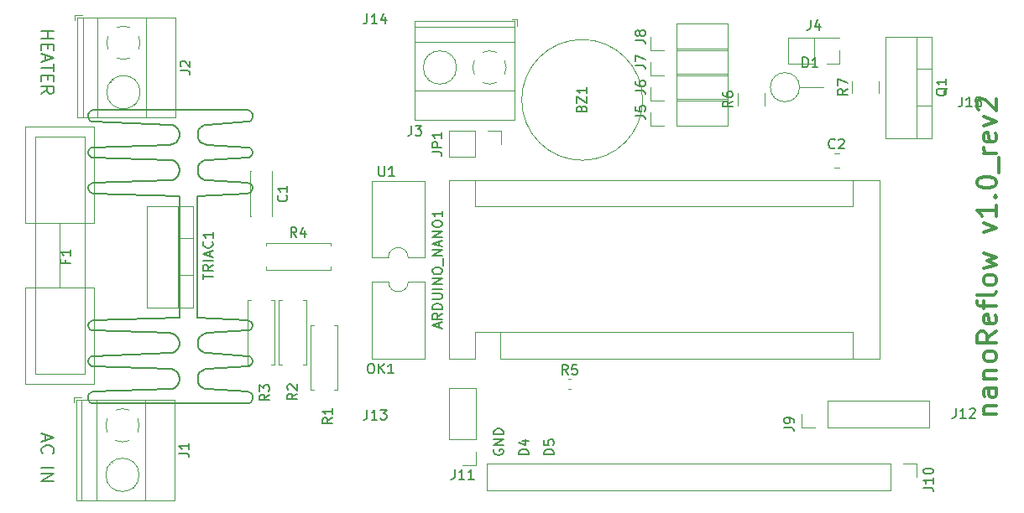
<source format=gbr>
G04 #@! TF.GenerationSoftware,KiCad,Pcbnew,(5.1.6-0-10_14)*
G04 #@! TF.CreationDate,2020-05-23T01:17:40+02:00*
G04 #@! TF.ProjectId,arduino_nano_reflow_TRIAC_v1_0,61726475-696e-46f5-9f6e-616e6f5f7265,1.0*
G04 #@! TF.SameCoordinates,Original*
G04 #@! TF.FileFunction,Legend,Top*
G04 #@! TF.FilePolarity,Positive*
%FSLAX46Y46*%
G04 Gerber Fmt 4.6, Leading zero omitted, Abs format (unit mm)*
G04 Created by KiCad (PCBNEW (5.1.6-0-10_14)) date 2020-05-23 01:17:40*
%MOMM*%
%LPD*%
G01*
G04 APERTURE LIST*
%ADD10C,0.150000*%
%ADD11C,0.200000*%
%ADD12C,0.300000*%
%ADD13C,0.120000*%
%ADD14C,0.191466*%
G04 APERTURE END LIST*
D10*
X154519200Y-112783664D02*
X153519200Y-112783664D01*
X153519200Y-112545569D01*
X153566820Y-112402712D01*
X153662058Y-112307474D01*
X153757296Y-112259855D01*
X153947772Y-112212236D01*
X154090629Y-112212236D01*
X154281105Y-112259855D01*
X154376343Y-112307474D01*
X154471581Y-112402712D01*
X154519200Y-112545569D01*
X154519200Y-112783664D01*
X153519200Y-111307474D02*
X153519200Y-111783664D01*
X153995391Y-111831283D01*
X153947772Y-111783664D01*
X153900153Y-111688426D01*
X153900153Y-111450331D01*
X153947772Y-111355093D01*
X153995391Y-111307474D01*
X154090629Y-111259855D01*
X154328724Y-111259855D01*
X154423962Y-111307474D01*
X154471581Y-111355093D01*
X154519200Y-111450331D01*
X154519200Y-111688426D01*
X154471581Y-111783664D01*
X154423962Y-111831283D01*
X151979200Y-112783664D02*
X150979200Y-112783664D01*
X150979200Y-112545569D01*
X151026820Y-112402712D01*
X151122058Y-112307474D01*
X151217296Y-112259855D01*
X151407772Y-112212236D01*
X151550629Y-112212236D01*
X151741105Y-112259855D01*
X151836343Y-112307474D01*
X151931581Y-112402712D01*
X151979200Y-112545569D01*
X151979200Y-112783664D01*
X151312534Y-111355093D02*
X151979200Y-111355093D01*
X150931581Y-111593188D02*
X151645867Y-111831283D01*
X151645867Y-111212236D01*
X148486820Y-112259855D02*
X148439200Y-112355093D01*
X148439200Y-112497950D01*
X148486820Y-112640807D01*
X148582058Y-112736045D01*
X148677296Y-112783664D01*
X148867772Y-112831283D01*
X149010629Y-112831283D01*
X149201105Y-112783664D01*
X149296343Y-112736045D01*
X149391581Y-112640807D01*
X149439200Y-112497950D01*
X149439200Y-112402712D01*
X149391581Y-112259855D01*
X149343962Y-112212236D01*
X149010629Y-112212236D01*
X149010629Y-112402712D01*
X149439200Y-111783664D02*
X148439200Y-111783664D01*
X149439200Y-111212236D01*
X148439200Y-111212236D01*
X149439200Y-110736045D02*
X148439200Y-110736045D01*
X148439200Y-110497950D01*
X148486820Y-110355093D01*
X148582058Y-110259855D01*
X148677296Y-110212236D01*
X148867772Y-110164617D01*
X149010629Y-110164617D01*
X149201105Y-110212236D01*
X149296343Y-110259855D01*
X149391581Y-110355093D01*
X149439200Y-110497950D01*
X149439200Y-110736045D01*
D11*
X102829523Y-70005000D02*
X104079523Y-70005000D01*
X103484285Y-70005000D02*
X103484285Y-70719285D01*
X102829523Y-70719285D02*
X104079523Y-70719285D01*
X103484285Y-71314523D02*
X103484285Y-71731190D01*
X102829523Y-71909761D02*
X102829523Y-71314523D01*
X104079523Y-71314523D01*
X104079523Y-71909761D01*
X103186666Y-72385952D02*
X103186666Y-72981190D01*
X102829523Y-72266904D02*
X104079523Y-72683571D01*
X102829523Y-73100238D01*
X104079523Y-73338333D02*
X104079523Y-74052619D01*
X102829523Y-73695476D02*
X104079523Y-73695476D01*
X103484285Y-74469285D02*
X103484285Y-74885952D01*
X102829523Y-75064523D02*
X102829523Y-74469285D01*
X104079523Y-74469285D01*
X104079523Y-75064523D01*
X102829523Y-76314523D02*
X103424761Y-75897857D01*
X102829523Y-75600238D02*
X104079523Y-75600238D01*
X104079523Y-76076428D01*
X104020000Y-76195476D01*
X103960476Y-76255000D01*
X103841428Y-76314523D01*
X103662857Y-76314523D01*
X103543809Y-76255000D01*
X103484285Y-76195476D01*
X103424761Y-76076428D01*
X103424761Y-75600238D01*
X103186666Y-110783809D02*
X103186666Y-111379047D01*
X102829523Y-110664761D02*
X104079523Y-111081428D01*
X102829523Y-111498095D01*
X102948571Y-112629047D02*
X102889047Y-112569523D01*
X102829523Y-112390952D01*
X102829523Y-112271904D01*
X102889047Y-112093333D01*
X103008095Y-111974285D01*
X103127142Y-111914761D01*
X103365238Y-111855238D01*
X103543809Y-111855238D01*
X103781904Y-111914761D01*
X103900952Y-111974285D01*
X104020000Y-112093333D01*
X104079523Y-112271904D01*
X104079523Y-112390952D01*
X104020000Y-112569523D01*
X103960476Y-112629047D01*
X102829523Y-114117142D02*
X104079523Y-114117142D01*
X102829523Y-114712380D02*
X104079523Y-114712380D01*
X102829523Y-115426666D01*
X104079523Y-115426666D01*
D12*
X197834248Y-108725741D02*
X199167581Y-108725741D01*
X198024724Y-108725741D02*
X197929486Y-108630503D01*
X197834248Y-108440027D01*
X197834248Y-108154313D01*
X197929486Y-107963837D01*
X198119962Y-107868599D01*
X199167581Y-107868599D01*
X199167581Y-106059075D02*
X198119962Y-106059075D01*
X197929486Y-106154313D01*
X197834248Y-106344789D01*
X197834248Y-106725741D01*
X197929486Y-106916218D01*
X199072343Y-106059075D02*
X199167581Y-106249551D01*
X199167581Y-106725741D01*
X199072343Y-106916218D01*
X198881867Y-107011456D01*
X198691391Y-107011456D01*
X198500915Y-106916218D01*
X198405677Y-106725741D01*
X198405677Y-106249551D01*
X198310439Y-106059075D01*
X197834248Y-105106694D02*
X199167581Y-105106694D01*
X198024724Y-105106694D02*
X197929486Y-105011456D01*
X197834248Y-104820980D01*
X197834248Y-104535265D01*
X197929486Y-104344789D01*
X198119962Y-104249551D01*
X199167581Y-104249551D01*
X199167581Y-103011456D02*
X199072343Y-103201932D01*
X198977105Y-103297170D01*
X198786629Y-103392408D01*
X198215200Y-103392408D01*
X198024724Y-103297170D01*
X197929486Y-103201932D01*
X197834248Y-103011456D01*
X197834248Y-102725741D01*
X197929486Y-102535265D01*
X198024724Y-102440027D01*
X198215200Y-102344789D01*
X198786629Y-102344789D01*
X198977105Y-102440027D01*
X199072343Y-102535265D01*
X199167581Y-102725741D01*
X199167581Y-103011456D01*
X199167581Y-100344789D02*
X198215200Y-101011456D01*
X199167581Y-101487646D02*
X197167581Y-101487646D01*
X197167581Y-100725741D01*
X197262820Y-100535265D01*
X197358058Y-100440027D01*
X197548534Y-100344789D01*
X197834248Y-100344789D01*
X198024724Y-100440027D01*
X198119962Y-100535265D01*
X198215200Y-100725741D01*
X198215200Y-101487646D01*
X199072343Y-98725741D02*
X199167581Y-98916218D01*
X199167581Y-99297170D01*
X199072343Y-99487646D01*
X198881867Y-99582884D01*
X198119962Y-99582884D01*
X197929486Y-99487646D01*
X197834248Y-99297170D01*
X197834248Y-98916218D01*
X197929486Y-98725741D01*
X198119962Y-98630503D01*
X198310439Y-98630503D01*
X198500915Y-99582884D01*
X197834248Y-98059075D02*
X197834248Y-97297170D01*
X199167581Y-97773360D02*
X197453296Y-97773360D01*
X197262820Y-97678122D01*
X197167581Y-97487646D01*
X197167581Y-97297170D01*
X199167581Y-96344789D02*
X199072343Y-96535265D01*
X198881867Y-96630503D01*
X197167581Y-96630503D01*
X199167581Y-95297170D02*
X199072343Y-95487646D01*
X198977105Y-95582884D01*
X198786629Y-95678122D01*
X198215200Y-95678122D01*
X198024724Y-95582884D01*
X197929486Y-95487646D01*
X197834248Y-95297170D01*
X197834248Y-95011456D01*
X197929486Y-94820980D01*
X198024724Y-94725741D01*
X198215200Y-94630503D01*
X198786629Y-94630503D01*
X198977105Y-94725741D01*
X199072343Y-94820980D01*
X199167581Y-95011456D01*
X199167581Y-95297170D01*
X197834248Y-93963837D02*
X199167581Y-93582884D01*
X198215200Y-93201932D01*
X199167581Y-92820980D01*
X197834248Y-92440027D01*
X197834248Y-90344789D02*
X199167581Y-89868599D01*
X197834248Y-89392408D01*
X199167581Y-87582884D02*
X199167581Y-88725741D01*
X199167581Y-88154313D02*
X197167581Y-88154313D01*
X197453296Y-88344789D01*
X197643772Y-88535265D01*
X197739010Y-88725741D01*
X198977105Y-86725741D02*
X199072343Y-86630503D01*
X199167581Y-86725741D01*
X199072343Y-86820980D01*
X198977105Y-86725741D01*
X199167581Y-86725741D01*
X197167581Y-85392408D02*
X197167581Y-85201932D01*
X197262820Y-85011456D01*
X197358058Y-84916218D01*
X197548534Y-84820980D01*
X197929486Y-84725741D01*
X198405677Y-84725741D01*
X198786629Y-84820980D01*
X198977105Y-84916218D01*
X199072343Y-85011456D01*
X199167581Y-85201932D01*
X199167581Y-85392408D01*
X199072343Y-85582884D01*
X198977105Y-85678122D01*
X198786629Y-85773360D01*
X198405677Y-85868599D01*
X197929486Y-85868599D01*
X197548534Y-85773360D01*
X197358058Y-85678122D01*
X197262820Y-85582884D01*
X197167581Y-85392408D01*
X199358058Y-84344789D02*
X199358058Y-82820980D01*
X199167581Y-82344789D02*
X197834248Y-82344789D01*
X198215200Y-82344789D02*
X198024724Y-82249551D01*
X197929486Y-82154313D01*
X197834248Y-81963837D01*
X197834248Y-81773360D01*
X199072343Y-80344789D02*
X199167581Y-80535265D01*
X199167581Y-80916218D01*
X199072343Y-81106694D01*
X198881867Y-81201932D01*
X198119962Y-81201932D01*
X197929486Y-81106694D01*
X197834248Y-80916218D01*
X197834248Y-80535265D01*
X197929486Y-80344789D01*
X198119962Y-80249551D01*
X198310439Y-80249551D01*
X198500915Y-81201932D01*
X197834248Y-79582884D02*
X199167581Y-79106694D01*
X197834248Y-78630503D01*
X197358058Y-77963837D02*
X197262820Y-77868599D01*
X197167581Y-77678122D01*
X197167581Y-77201932D01*
X197262820Y-77011456D01*
X197358058Y-76916218D01*
X197548534Y-76820980D01*
X197739010Y-76820980D01*
X198024724Y-76916218D01*
X199167581Y-78059075D01*
X199167581Y-76820980D01*
D13*
X149138820Y-100429260D02*
X146598820Y-100429260D01*
X146598820Y-100429260D02*
X146598820Y-103099260D01*
X149138820Y-103099260D02*
X187368820Y-103099260D01*
X143928820Y-103099260D02*
X146598820Y-103099260D01*
X146598820Y-87729260D02*
X146598820Y-85059260D01*
X146598820Y-87729260D02*
X184698820Y-87729260D01*
X184698820Y-87729260D02*
X184698820Y-85059260D01*
X149138820Y-100429260D02*
X149138820Y-103099260D01*
X149138820Y-100429260D02*
X184698820Y-100429260D01*
X184698820Y-100429260D02*
X184698820Y-103099260D01*
X187368820Y-103099260D02*
X187368820Y-85059260D01*
X187368820Y-85059260D02*
X143928820Y-85059260D01*
X143928820Y-85059260D02*
X143928820Y-103099260D01*
X179288820Y-75670000D02*
G75*
G03*
X179288820Y-75670000I-1470000J0D01*
G01*
X179288820Y-75670000D02*
X181698820Y-75670000D01*
X126055000Y-84155000D02*
X126055000Y-88695000D01*
X123915000Y-84155000D02*
X123915000Y-88695000D01*
X126055000Y-84155000D02*
X126040000Y-84155000D01*
X123930000Y-84155000D02*
X123915000Y-84155000D01*
X126055000Y-88695000D02*
X126040000Y-88695000D01*
X123930000Y-88695000D02*
X123915000Y-88695000D01*
X125458820Y-91709260D02*
X125458820Y-91379260D01*
X125458820Y-91379260D02*
X131998820Y-91379260D01*
X131998820Y-91379260D02*
X131998820Y-91709260D01*
X125458820Y-93789260D02*
X125458820Y-94119260D01*
X125458820Y-94119260D02*
X131998820Y-94119260D01*
X131998820Y-94119260D02*
X131998820Y-93789260D01*
X126025000Y-97165000D02*
X126355000Y-97165000D01*
X126355000Y-97165000D02*
X126355000Y-103705000D01*
X126355000Y-103705000D02*
X126025000Y-103705000D01*
X123945000Y-97165000D02*
X123615000Y-97165000D01*
X123615000Y-97165000D02*
X123615000Y-103705000D01*
X123615000Y-103705000D02*
X123945000Y-103705000D01*
X137808820Y-92875000D02*
G75*
G02*
X139808820Y-92875000I1000000J0D01*
G01*
X139808820Y-92875000D02*
X141458820Y-92875000D01*
X141458820Y-92875000D02*
X141458820Y-85135000D01*
X141458820Y-85135000D02*
X136158820Y-85135000D01*
X136158820Y-85135000D02*
X136158820Y-92875000D01*
X136158820Y-92875000D02*
X137808820Y-92875000D01*
X139828820Y-95319260D02*
G75*
G02*
X137828820Y-95319260I-1000000J0D01*
G01*
X137828820Y-95319260D02*
X136178820Y-95319260D01*
X136178820Y-95319260D02*
X136178820Y-103059260D01*
X136178820Y-103059260D02*
X141478820Y-103059260D01*
X141478820Y-103059260D02*
X141478820Y-95319260D01*
X141478820Y-95319260D02*
X139828820Y-95319260D01*
X118093820Y-87679260D02*
X118093820Y-97919260D01*
X113452820Y-87679260D02*
X113452820Y-97919260D01*
X118093820Y-87679260D02*
X113452820Y-87679260D01*
X118093820Y-97919260D02*
X113452820Y-97919260D01*
X116583820Y-87679260D02*
X116583820Y-97919260D01*
X118093820Y-90949260D02*
X116583820Y-90949260D01*
X118093820Y-94650260D02*
X116583820Y-94650260D01*
X155931041Y-105164260D02*
X156256599Y-105164260D01*
X155931041Y-106184260D02*
X156256599Y-106184260D01*
X192642820Y-70550000D02*
X192642820Y-80790000D01*
X188001820Y-70550000D02*
X188001820Y-80790000D01*
X192642820Y-70550000D02*
X188001820Y-70550000D01*
X192642820Y-80790000D02*
X188001820Y-80790000D01*
X191132820Y-70550000D02*
X191132820Y-80790000D01*
X192642820Y-73820000D02*
X191132820Y-73820000D01*
X192642820Y-77521000D02*
X191132820Y-77521000D01*
X127120000Y-103705000D02*
X126790000Y-103705000D01*
X126790000Y-103705000D02*
X126790000Y-97165000D01*
X126790000Y-97165000D02*
X127120000Y-97165000D01*
X129200000Y-103705000D02*
X129530000Y-103705000D01*
X129530000Y-103705000D02*
X129530000Y-97165000D01*
X129530000Y-97165000D02*
X129200000Y-97165000D01*
X130295000Y-106245000D02*
X129965000Y-106245000D01*
X129965000Y-106245000D02*
X129965000Y-99705000D01*
X129965000Y-99705000D02*
X130295000Y-99705000D01*
X132375000Y-106245000D02*
X132705000Y-106245000D01*
X132705000Y-106245000D02*
X132705000Y-99705000D01*
X132705000Y-99705000D02*
X132375000Y-99705000D01*
X163470000Y-76950000D02*
G75*
G03*
X163470000Y-76950000I-6100000J0D01*
G01*
X182760242Y-82364260D02*
X183277398Y-82364260D01*
X182760242Y-83784260D02*
X183277398Y-83784260D01*
X173026820Y-77501324D02*
X173026820Y-76297196D01*
X175746820Y-77501324D02*
X175746820Y-76297196D01*
X184585000Y-76272064D02*
X184585000Y-75067936D01*
X187305000Y-76272064D02*
X187305000Y-75067936D01*
X192355000Y-110020000D02*
X192355000Y-107360000D01*
X182135000Y-110020000D02*
X192355000Y-110020000D01*
X182135000Y-107360000D02*
X192355000Y-107360000D01*
X182135000Y-110020000D02*
X182135000Y-107360000D01*
X180865000Y-110020000D02*
X179535000Y-110020000D01*
X179535000Y-110020000D02*
X179535000Y-108690000D01*
X147785000Y-113710000D02*
X147785000Y-116370000D01*
X188485000Y-113710000D02*
X147785000Y-113710000D01*
X188485000Y-116370000D02*
X147785000Y-116370000D01*
X188485000Y-113710000D02*
X188485000Y-116370000D01*
X189755000Y-113710000D02*
X191085000Y-113710000D01*
X191085000Y-113710000D02*
X191085000Y-115040000D01*
X109313567Y-109853065D02*
G75*
G02*
X109458820Y-109140260I1680253J28805D01*
G01*
X110310778Y-108288834D02*
G75*
G02*
X111677820Y-108289260I683042J-1535426D01*
G01*
X112529246Y-109141218D02*
G75*
G02*
X112528820Y-110508260I-1535426J-683042D01*
G01*
X111676862Y-111359686D02*
G75*
G02*
X110309820Y-111359260I-683042J1535426D01*
G01*
X109459064Y-110507578D02*
G75*
G02*
X109313820Y-109824260I1534756J683318D01*
G01*
X112673820Y-114824260D02*
G75*
G03*
X112673820Y-114824260I-1680000J0D01*
G01*
X106893820Y-107264260D02*
X106893820Y-117384260D01*
X108393820Y-107264260D02*
X108393820Y-117384260D01*
X113294820Y-107264260D02*
X113294820Y-117384260D01*
X116254820Y-107264260D02*
X116254820Y-117384260D01*
X106333820Y-107264260D02*
X106333820Y-117384260D01*
X116254820Y-107264260D02*
X106333820Y-107264260D01*
X116254820Y-117384260D02*
X106333820Y-117384260D01*
X112062820Y-116099260D02*
X112016820Y-116052260D01*
X109754820Y-113790260D02*
X109719820Y-113755260D01*
X112268820Y-115894260D02*
X112232820Y-115859260D01*
X109970820Y-113597260D02*
X109924820Y-113550260D01*
X106833820Y-107024260D02*
X106093820Y-107024260D01*
X106093820Y-107024260D02*
X106093820Y-107524260D01*
X109413567Y-71203065D02*
G75*
G02*
X109558820Y-70490260I1680253J28805D01*
G01*
X110410778Y-69638834D02*
G75*
G02*
X111777820Y-69639260I683042J-1535426D01*
G01*
X112629246Y-70491218D02*
G75*
G02*
X112628820Y-71858260I-1535426J-683042D01*
G01*
X111776862Y-72709686D02*
G75*
G02*
X110409820Y-72709260I-683042J1535426D01*
G01*
X109559064Y-71857578D02*
G75*
G02*
X109413820Y-71174260I1534756J683318D01*
G01*
X112773820Y-76174260D02*
G75*
G03*
X112773820Y-76174260I-1680000J0D01*
G01*
X106993820Y-68614260D02*
X106993820Y-78734260D01*
X108493820Y-68614260D02*
X108493820Y-78734260D01*
X113394820Y-68614260D02*
X113394820Y-78734260D01*
X116354820Y-68614260D02*
X116354820Y-78734260D01*
X106433820Y-68614260D02*
X106433820Y-78734260D01*
X116354820Y-68614260D02*
X106433820Y-68614260D01*
X116354820Y-78734260D02*
X106433820Y-78734260D01*
X112162820Y-77449260D02*
X112116820Y-77402260D01*
X109854820Y-75140260D02*
X109819820Y-75105260D01*
X112368820Y-77244260D02*
X112332820Y-77209260D01*
X110070820Y-74947260D02*
X110024820Y-74900260D01*
X106933820Y-68374260D02*
X106193820Y-68374260D01*
X106193820Y-68374260D02*
X106193820Y-68874260D01*
X147990015Y-71994007D02*
G75*
G02*
X148702820Y-72139260I28805J-1680253D01*
G01*
X149554246Y-72991218D02*
G75*
G02*
X149553820Y-74358260I-1535426J-683042D01*
G01*
X148701862Y-75209686D02*
G75*
G02*
X147334820Y-75209260I-683042J1535426D01*
G01*
X146483394Y-74357302D02*
G75*
G02*
X146483820Y-72990260I1535426J683042D01*
G01*
X147335502Y-72139504D02*
G75*
G02*
X148018820Y-71994260I683318J-1534756D01*
G01*
X144698820Y-73674260D02*
G75*
G03*
X144698820Y-73674260I-1680000J0D01*
G01*
X150578820Y-69574260D02*
X140458820Y-69574260D01*
X150578820Y-71074260D02*
X140458820Y-71074260D01*
X150578820Y-75975260D02*
X140458820Y-75975260D01*
X150578820Y-78935260D02*
X140458820Y-78935260D01*
X150578820Y-69014260D02*
X140458820Y-69014260D01*
X150578820Y-78935260D02*
X150578820Y-69014260D01*
X140458820Y-78935260D02*
X140458820Y-69014260D01*
X141743820Y-74743260D02*
X141790820Y-74697260D01*
X144052820Y-72435260D02*
X144087820Y-72400260D01*
X141948820Y-74949260D02*
X141983820Y-74913260D01*
X144245820Y-72651260D02*
X144292820Y-72605260D01*
X150818820Y-69514260D02*
X150818820Y-68774260D01*
X150818820Y-68774260D02*
X150318820Y-68774260D01*
X143975000Y-80055000D02*
X143975000Y-82715000D01*
X146575000Y-80055000D02*
X143975000Y-80055000D01*
X146575000Y-82715000D02*
X143975000Y-82715000D01*
X146575000Y-80055000D02*
X146575000Y-82715000D01*
X147845000Y-80055000D02*
X149175000Y-80055000D01*
X149175000Y-80055000D02*
X149175000Y-81385000D01*
X172035000Y-71920000D02*
X172035000Y-69260000D01*
X166895000Y-71920000D02*
X172035000Y-71920000D01*
X166895000Y-69260000D02*
X172035000Y-69260000D01*
X166895000Y-71920000D02*
X166895000Y-69260000D01*
X165625000Y-71920000D02*
X164295000Y-71920000D01*
X164295000Y-71920000D02*
X164295000Y-70590000D01*
X172035000Y-79540000D02*
X172035000Y-76880000D01*
X166895000Y-79540000D02*
X172035000Y-79540000D01*
X166895000Y-76880000D02*
X172035000Y-76880000D01*
X166895000Y-79540000D02*
X166895000Y-76880000D01*
X165625000Y-79540000D02*
X164295000Y-79540000D01*
X164295000Y-79540000D02*
X164295000Y-78210000D01*
X172035000Y-77000000D02*
X172035000Y-74340000D01*
X166895000Y-77000000D02*
X172035000Y-77000000D01*
X166895000Y-74340000D02*
X172035000Y-74340000D01*
X166895000Y-77000000D02*
X166895000Y-74340000D01*
X165625000Y-77000000D02*
X164295000Y-77000000D01*
X164295000Y-77000000D02*
X164295000Y-75670000D01*
X172035000Y-74460000D02*
X172035000Y-71800000D01*
X166895000Y-74460000D02*
X172035000Y-74460000D01*
X166895000Y-71800000D02*
X172035000Y-71800000D01*
X166895000Y-74460000D02*
X166895000Y-71800000D01*
X165625000Y-74460000D02*
X164295000Y-74460000D01*
X164295000Y-74460000D02*
X164295000Y-73130000D01*
X183336820Y-70641260D02*
X178136820Y-70641260D01*
X183336820Y-70701260D02*
X183336820Y-70641260D01*
X178136820Y-73301260D02*
X178136820Y-70641260D01*
X183336820Y-70701260D02*
X180736820Y-70701260D01*
X180736820Y-70701260D02*
X180736820Y-73301260D01*
X180736820Y-73301260D02*
X178136820Y-73301260D01*
X183336820Y-71971260D02*
X183336820Y-73301260D01*
X183336820Y-73301260D02*
X182006820Y-73301260D01*
X146635000Y-106090000D02*
X143975000Y-106090000D01*
X146635000Y-111230000D02*
X146635000Y-106090000D01*
X143975000Y-111230000D02*
X143975000Y-106090000D01*
X146635000Y-111230000D02*
X143975000Y-111230000D01*
X146635000Y-112500000D02*
X146635000Y-113830000D01*
X146635000Y-113830000D02*
X145305000Y-113830000D01*
X104663820Y-95889260D02*
X104663820Y-89389260D01*
X108163820Y-95889260D02*
X101163820Y-95889260D01*
X101163820Y-104639260D02*
X101163820Y-95889260D01*
X108163820Y-104639260D02*
X108163820Y-95889260D01*
X102163820Y-81889260D02*
X102163820Y-80639260D01*
X107163820Y-82139260D02*
X107163820Y-80639260D01*
X102163820Y-94139260D02*
X102163820Y-81889260D01*
X107163820Y-93889260D02*
X107163820Y-82139260D01*
X102163820Y-104639260D02*
X102163820Y-94139260D01*
X107163820Y-104639260D02*
X107163820Y-93889260D01*
X107163820Y-104639260D02*
X102163820Y-104639260D01*
X108163820Y-105639260D02*
X108163820Y-104639260D01*
X108163820Y-105639260D02*
X101163820Y-105639260D01*
X101163820Y-105639260D02*
X101163820Y-104639260D01*
X107163820Y-80639260D02*
X102163820Y-80639260D01*
X108163820Y-89389260D02*
X108163820Y-79639260D01*
X108163820Y-79639260D02*
X101163820Y-79639260D01*
X101163820Y-89389260D02*
X101163820Y-79639260D01*
X108163820Y-89389260D02*
X101163820Y-89389260D01*
D14*
X119324036Y-79462991D02*
X119107892Y-79571063D01*
X119107892Y-79571063D02*
X118891748Y-79701110D01*
X118891748Y-79701110D02*
X118740447Y-79895279D01*
X118740447Y-79895279D02*
X118632375Y-80090169D01*
X118632375Y-80090169D02*
X118589147Y-80327927D01*
X118589147Y-80327927D02*
X118589147Y-80587300D01*
X118589147Y-80587300D02*
X118632375Y-80825059D01*
X118632375Y-80825059D02*
X118740447Y-81019228D01*
X118740447Y-81019228D02*
X118891748Y-81214118D01*
X118891748Y-81214118D02*
X119107892Y-81343805D01*
X119107892Y-81343805D02*
X119324036Y-81451877D01*
X119324036Y-81451877D02*
X119540180Y-81473491D01*
X119540180Y-81473491D02*
X123637824Y-81754478D01*
X123637824Y-81754478D02*
X123789125Y-81776093D01*
X123789125Y-81776093D02*
X123940426Y-81884165D01*
X123940426Y-81884165D02*
X124048498Y-82013851D01*
X124048498Y-82013851D02*
X124113341Y-82164792D01*
X124113341Y-82164792D02*
X124113341Y-82359682D01*
X124113341Y-82359682D02*
X124048498Y-82510983D01*
X124048498Y-82510983D02*
X123940426Y-82640309D01*
X123940426Y-82640309D02*
X123789125Y-82748741D01*
X123789125Y-82748741D02*
X123637824Y-82769995D01*
X123637824Y-82769995D02*
X119540180Y-83051342D01*
X119540180Y-83051342D02*
X119324036Y-83072957D01*
X119324036Y-83072957D02*
X119107892Y-83159054D01*
X119107892Y-83159054D02*
X118891748Y-83310355D01*
X118891748Y-83310355D02*
X118740447Y-83483630D01*
X118740447Y-83483630D02*
X118632375Y-83699414D01*
X118632375Y-83699414D02*
X118589147Y-83937533D01*
X118589147Y-83937533D02*
X118589147Y-84175291D01*
X118589147Y-84175291D02*
X118632375Y-84391075D01*
X118632375Y-84391075D02*
X118740447Y-84629194D01*
X118740447Y-84629194D02*
X118891748Y-84823363D01*
X118891748Y-84823363D02*
X119107892Y-84953410D01*
X119107892Y-84953410D02*
X119324036Y-85039868D01*
X119324036Y-85039868D02*
X119540180Y-85083097D01*
X119540180Y-85083097D02*
X123637824Y-85342109D01*
X123637824Y-85342109D02*
X123789125Y-85385338D01*
X123789125Y-85385338D02*
X123940426Y-85471796D01*
X123940426Y-85471796D02*
X124048498Y-85601482D01*
X124048498Y-85601482D02*
X124113341Y-85774758D01*
X124113341Y-85774758D02*
X124113341Y-85925698D01*
X124113341Y-85925698D02*
X124048498Y-86120588D01*
X124048498Y-86120588D02*
X123940426Y-86250274D01*
X123940426Y-86250274D02*
X123637824Y-86379601D01*
X123637824Y-86379601D02*
X118567532Y-86682202D01*
X118567532Y-86682202D02*
X118567532Y-92799260D01*
X118567532Y-92799260D02*
X118567532Y-98916317D01*
X118567532Y-98916317D02*
X123637824Y-99218919D01*
X123637824Y-99218919D02*
X123940426Y-99348245D01*
X123940426Y-99348245D02*
X124048498Y-99477932D01*
X124048498Y-99477932D02*
X124113341Y-99672822D01*
X124113341Y-99672822D02*
X124113341Y-99823762D01*
X124113341Y-99823762D02*
X124048498Y-99997038D01*
X124048498Y-99997038D02*
X123940426Y-100126724D01*
X123940426Y-100126724D02*
X123789125Y-100213182D01*
X123789125Y-100213182D02*
X123637824Y-100256411D01*
X123637824Y-100256411D02*
X119540180Y-100515423D01*
X119540180Y-100515423D02*
X119324036Y-100558652D01*
X119324036Y-100558652D02*
X119107892Y-100645110D01*
X119107892Y-100645110D02*
X118891748Y-100775157D01*
X118891748Y-100775157D02*
X118740447Y-100969326D01*
X118740447Y-100969326D02*
X118632375Y-101207445D01*
X118632375Y-101207445D02*
X118589147Y-101423229D01*
X118589147Y-101423229D02*
X118589147Y-101660987D01*
X118589147Y-101660987D02*
X118632375Y-101899106D01*
X118632375Y-101899106D02*
X118740447Y-102114890D01*
X118740447Y-102114890D02*
X118891748Y-102288165D01*
X118891748Y-102288165D02*
X119107892Y-102439466D01*
X119107892Y-102439466D02*
X119324036Y-102525563D01*
X119324036Y-102525563D02*
X119540180Y-102547178D01*
X119540180Y-102547178D02*
X123637824Y-102828525D01*
X123637824Y-102828525D02*
X123789125Y-102849779D01*
X123789125Y-102849779D02*
X123940426Y-102958211D01*
X123940426Y-102958211D02*
X124048498Y-103087537D01*
X124048498Y-103087537D02*
X124113341Y-103238838D01*
X124113341Y-103238838D02*
X124113341Y-103433728D01*
X124113341Y-103433728D02*
X124048498Y-103584668D01*
X124048498Y-103584668D02*
X123940426Y-103714355D01*
X123940426Y-103714355D02*
X123789125Y-103822427D01*
X123789125Y-103822427D02*
X123637824Y-103844042D01*
X123637824Y-103844042D02*
X119540180Y-104125029D01*
X119540180Y-104125029D02*
X119324036Y-104146643D01*
X119324036Y-104146643D02*
X119107892Y-104254715D01*
X119107892Y-104254715D02*
X118891748Y-104384402D01*
X118891748Y-104384402D02*
X118740447Y-104579291D01*
X118740447Y-104579291D02*
X118632375Y-104773461D01*
X118632375Y-104773461D02*
X118589147Y-105011219D01*
X118589147Y-105011219D02*
X118589147Y-105270593D01*
X118589147Y-105270593D02*
X118632375Y-105508351D01*
X118632375Y-105508351D02*
X118740447Y-105703241D01*
X118740447Y-105703241D02*
X118891748Y-105897410D01*
X118891748Y-105897410D02*
X119107892Y-106027457D01*
X119107892Y-106027457D02*
X119324036Y-106135529D01*
X119324036Y-106135529D02*
X119540180Y-106157144D01*
X119540180Y-106157144D02*
X123637824Y-106437771D01*
X123637824Y-106437771D02*
X123789125Y-106459385D01*
X123789125Y-106459385D02*
X123940426Y-106567818D01*
X123940426Y-106567818D02*
X124048498Y-106697504D01*
X124048498Y-106697504D02*
X124113341Y-106848445D01*
X124113341Y-106848445D02*
X124113341Y-107194275D01*
X124113341Y-107194275D02*
X124048498Y-107345936D01*
X124048498Y-107345936D02*
X123940426Y-107475623D01*
X123940426Y-107475623D02*
X123789125Y-107583334D01*
X123789125Y-107583334D02*
X123616210Y-107604949D01*
X123616210Y-107604949D02*
X118567532Y-107604949D01*
X118567532Y-107604949D02*
X116752422Y-107604949D01*
X116752422Y-107604949D02*
X108063430Y-107604949D01*
X108063430Y-107604949D02*
X107890515Y-107583334D01*
X107890515Y-107583334D02*
X107739214Y-107475623D01*
X107739214Y-107475623D02*
X107631142Y-107345936D01*
X107631142Y-107345936D02*
X107566299Y-107194275D01*
X107566299Y-107194275D02*
X107566299Y-106848445D01*
X107566299Y-106848445D02*
X107631142Y-106697504D01*
X107631142Y-106697504D02*
X107739214Y-106567818D01*
X107739214Y-106567818D02*
X107890515Y-106459385D01*
X107890515Y-106459385D02*
X108041816Y-106437771D01*
X108041816Y-106437771D02*
X115779774Y-106157144D01*
X115779774Y-106157144D02*
X115995918Y-106135529D01*
X115995918Y-106135529D02*
X116212062Y-106027457D01*
X116212062Y-106027457D02*
X116428206Y-105897410D01*
X116428206Y-105897410D02*
X116579507Y-105703241D01*
X116579507Y-105703241D02*
X116687579Y-105508351D01*
X116687579Y-105508351D02*
X116730808Y-105270593D01*
X116730808Y-105270593D02*
X116730808Y-105011219D01*
X116730808Y-105011219D02*
X116687579Y-104773461D01*
X116687579Y-104773461D02*
X116579507Y-104579291D01*
X116579507Y-104579291D02*
X116428206Y-104384402D01*
X116428206Y-104384402D02*
X116212062Y-104254715D01*
X116212062Y-104254715D02*
X115995918Y-104146643D01*
X115995918Y-104146643D02*
X115779774Y-104125029D01*
X115779774Y-104125029D02*
X108041816Y-103844042D01*
X108041816Y-103844042D02*
X107890515Y-103822427D01*
X107890515Y-103822427D02*
X107739214Y-103714355D01*
X107739214Y-103714355D02*
X107631142Y-103584668D01*
X107631142Y-103584668D02*
X107566299Y-103433728D01*
X107566299Y-103433728D02*
X107566299Y-103238838D01*
X107566299Y-103238838D02*
X107631142Y-103087537D01*
X107631142Y-103087537D02*
X107739214Y-102958211D01*
X107739214Y-102958211D02*
X107890515Y-102849779D01*
X107890515Y-102849779D02*
X108041816Y-102828525D01*
X108041816Y-102828525D02*
X115779774Y-102547178D01*
X115779774Y-102547178D02*
X115995918Y-102525563D01*
X115995918Y-102525563D02*
X116212062Y-102439466D01*
X116212062Y-102439466D02*
X116428206Y-102288165D01*
X116428206Y-102288165D02*
X116579507Y-102114890D01*
X116579507Y-102114890D02*
X116687579Y-101899106D01*
X116687579Y-101899106D02*
X116730808Y-101660987D01*
X116730808Y-101660987D02*
X116730808Y-101423229D01*
X116730808Y-101423229D02*
X116687579Y-101207445D01*
X116687579Y-101207445D02*
X116579507Y-100969326D01*
X116579507Y-100969326D02*
X116428206Y-100775157D01*
X116428206Y-100775157D02*
X116212062Y-100645110D01*
X116212062Y-100645110D02*
X115995918Y-100558652D01*
X115995918Y-100558652D02*
X115779774Y-100515423D01*
X115779774Y-100515423D02*
X108041816Y-100256411D01*
X108041816Y-100256411D02*
X107890515Y-100213182D01*
X107890515Y-100213182D02*
X107739214Y-100126724D01*
X107739214Y-100126724D02*
X107631142Y-99997038D01*
X107631142Y-99997038D02*
X107566299Y-99823762D01*
X107566299Y-99823762D02*
X107566299Y-99672822D01*
X107566299Y-99672822D02*
X107631142Y-99477932D01*
X107631142Y-99477932D02*
X107739214Y-99348245D01*
X107739214Y-99348245D02*
X108041816Y-99218919D01*
X108041816Y-99218919D02*
X116752422Y-98916317D01*
X116752422Y-98916317D02*
X116752422Y-92799260D01*
X116752422Y-92799260D02*
X116752422Y-86682202D01*
X116752422Y-86682202D02*
X108041816Y-86379601D01*
X108041816Y-86379601D02*
X107739214Y-86250274D01*
X107739214Y-86250274D02*
X107631142Y-86120588D01*
X107631142Y-86120588D02*
X107566299Y-85925698D01*
X107566299Y-85925698D02*
X107566299Y-85774758D01*
X107566299Y-85774758D02*
X107631142Y-85601482D01*
X107631142Y-85601482D02*
X107739214Y-85471796D01*
X107739214Y-85471796D02*
X107890515Y-85385338D01*
X107890515Y-85385338D02*
X108041816Y-85342109D01*
X108041816Y-85342109D02*
X115779774Y-85083097D01*
X115779774Y-85083097D02*
X115995918Y-85039868D01*
X115995918Y-85039868D02*
X116212062Y-84953410D01*
X116212062Y-84953410D02*
X116428206Y-84823363D01*
X116428206Y-84823363D02*
X116579507Y-84629194D01*
X116579507Y-84629194D02*
X116687579Y-84391075D01*
X116687579Y-84391075D02*
X116730808Y-84175291D01*
X116730808Y-84175291D02*
X116730808Y-83937533D01*
X116730808Y-83937533D02*
X116687579Y-83699414D01*
X116687579Y-83699414D02*
X116579507Y-83483630D01*
X116579507Y-83483630D02*
X116428206Y-83310355D01*
X116428206Y-83310355D02*
X116212062Y-83159054D01*
X116212062Y-83159054D02*
X115995918Y-83072957D01*
X115995918Y-83072957D02*
X115779774Y-83051342D01*
X115779774Y-83051342D02*
X108041816Y-82769995D01*
X108041816Y-82769995D02*
X107890515Y-82748741D01*
X107890515Y-82748741D02*
X107739214Y-82640309D01*
X107739214Y-82640309D02*
X107631142Y-82510983D01*
X107631142Y-82510983D02*
X107566299Y-82359682D01*
X107566299Y-82359682D02*
X107566299Y-82164792D01*
X107566299Y-82164792D02*
X107631142Y-82013851D01*
X107631142Y-82013851D02*
X107739214Y-81884165D01*
X107739214Y-81884165D02*
X107890515Y-81776093D01*
X107890515Y-81776093D02*
X108041816Y-81754478D01*
X108041816Y-81754478D02*
X115779774Y-81473491D01*
X115779774Y-81473491D02*
X115995918Y-81451877D01*
X115995918Y-81451877D02*
X116212062Y-81343805D01*
X116212062Y-81343805D02*
X116428206Y-81214118D01*
X116428206Y-81214118D02*
X116579507Y-81019228D01*
X116579507Y-81019228D02*
X116687579Y-80825059D01*
X116687579Y-80825059D02*
X116730808Y-80587300D01*
X116730808Y-80587300D02*
X116730808Y-80327927D01*
X116730808Y-80327927D02*
X116687579Y-80090169D01*
X116687579Y-80090169D02*
X116579507Y-79895279D01*
X116579507Y-79895279D02*
X116428206Y-79701110D01*
X116428206Y-79701110D02*
X116212062Y-79571063D01*
X116212062Y-79571063D02*
X115995918Y-79462991D01*
X115995918Y-79462991D02*
X115779774Y-79441376D01*
X115779774Y-79441376D02*
X108041816Y-79160749D01*
X108041816Y-79160749D02*
X107890515Y-79139135D01*
X107890515Y-79139135D02*
X107739214Y-79030702D01*
X107739214Y-79030702D02*
X107631142Y-78901016D01*
X107631142Y-78901016D02*
X107566299Y-78750075D01*
X107566299Y-78750075D02*
X107566299Y-78404245D01*
X107566299Y-78404245D02*
X107631142Y-78252584D01*
X107631142Y-78252584D02*
X107739214Y-78122897D01*
X107739214Y-78122897D02*
X107890515Y-78015186D01*
X107890515Y-78015186D02*
X108063430Y-77993571D01*
X108063430Y-77993571D02*
X116752422Y-77993571D01*
X116752422Y-77993571D02*
X118567532Y-77993571D01*
X118567532Y-77993571D02*
X123616210Y-77993571D01*
X123616210Y-77993571D02*
X123789125Y-78015186D01*
X123789125Y-78015186D02*
X123940426Y-78122897D01*
X123940426Y-78122897D02*
X124048498Y-78252584D01*
X124048498Y-78252584D02*
X124113341Y-78404245D01*
X124113341Y-78404245D02*
X124113341Y-78750075D01*
X124113341Y-78750075D02*
X124048498Y-78901016D01*
X124048498Y-78901016D02*
X123940426Y-79030702D01*
X123940426Y-79030702D02*
X123789125Y-79139135D01*
X123789125Y-79139135D02*
X123637824Y-79160749D01*
X123637824Y-79160749D02*
X119540180Y-79441376D01*
X119540180Y-79441376D02*
X119324036Y-79462991D01*
D10*
X142955486Y-99984021D02*
X142955486Y-99507831D01*
X143241200Y-100079260D02*
X142241200Y-99745926D01*
X143241200Y-99412593D01*
X143241200Y-98507831D02*
X142765010Y-98841164D01*
X143241200Y-99079260D02*
X142241200Y-99079260D01*
X142241200Y-98698307D01*
X142288820Y-98603069D01*
X142336439Y-98555450D01*
X142431677Y-98507831D01*
X142574534Y-98507831D01*
X142669772Y-98555450D01*
X142717391Y-98603069D01*
X142765010Y-98698307D01*
X142765010Y-99079260D01*
X143241200Y-98079260D02*
X142241200Y-98079260D01*
X142241200Y-97841164D01*
X142288820Y-97698307D01*
X142384058Y-97603069D01*
X142479296Y-97555450D01*
X142669772Y-97507831D01*
X142812629Y-97507831D01*
X143003105Y-97555450D01*
X143098343Y-97603069D01*
X143193581Y-97698307D01*
X143241200Y-97841164D01*
X143241200Y-98079260D01*
X142241200Y-97079260D02*
X143050724Y-97079260D01*
X143145962Y-97031640D01*
X143193581Y-96984021D01*
X143241200Y-96888783D01*
X143241200Y-96698307D01*
X143193581Y-96603069D01*
X143145962Y-96555450D01*
X143050724Y-96507831D01*
X142241200Y-96507831D01*
X143241200Y-96031640D02*
X142241200Y-96031640D01*
X143241200Y-95555450D02*
X142241200Y-95555450D01*
X143241200Y-94984021D01*
X142241200Y-94984021D01*
X142241200Y-94317355D02*
X142241200Y-94126879D01*
X142288820Y-94031640D01*
X142384058Y-93936402D01*
X142574534Y-93888783D01*
X142907867Y-93888783D01*
X143098343Y-93936402D01*
X143193581Y-94031640D01*
X143241200Y-94126879D01*
X143241200Y-94317355D01*
X143193581Y-94412593D01*
X143098343Y-94507831D01*
X142907867Y-94555450D01*
X142574534Y-94555450D01*
X142384058Y-94507831D01*
X142288820Y-94412593D01*
X142241200Y-94317355D01*
X143336439Y-93698307D02*
X143336439Y-92936402D01*
X143241200Y-92698307D02*
X142241200Y-92698307D01*
X143241200Y-92126879D01*
X142241200Y-92126879D01*
X142955486Y-91698307D02*
X142955486Y-91222117D01*
X143241200Y-91793545D02*
X142241200Y-91460212D01*
X143241200Y-91126879D01*
X143241200Y-90793545D02*
X142241200Y-90793545D01*
X143241200Y-90222117D01*
X142241200Y-90222117D01*
X142241200Y-89555450D02*
X142241200Y-89364974D01*
X142288820Y-89269736D01*
X142384058Y-89174498D01*
X142574534Y-89126879D01*
X142907867Y-89126879D01*
X143098343Y-89174498D01*
X143193581Y-89269736D01*
X143241200Y-89364974D01*
X143241200Y-89555450D01*
X143193581Y-89650688D01*
X143098343Y-89745926D01*
X142907867Y-89793545D01*
X142574534Y-89793545D01*
X142384058Y-89745926D01*
X142288820Y-89650688D01*
X142241200Y-89555450D01*
X143241200Y-88174498D02*
X143241200Y-88745926D01*
X143241200Y-88460212D02*
X142241200Y-88460212D01*
X142384058Y-88555450D01*
X142479296Y-88650688D01*
X142526915Y-88745926D01*
X179620724Y-73652380D02*
X179620724Y-72652380D01*
X179858820Y-72652380D01*
X180001677Y-72700000D01*
X180096915Y-72795238D01*
X180144534Y-72890476D01*
X180192153Y-73080952D01*
X180192153Y-73223809D01*
X180144534Y-73414285D01*
X180096915Y-73509523D01*
X180001677Y-73604761D01*
X179858820Y-73652380D01*
X179620724Y-73652380D01*
X181144534Y-73652380D02*
X180573105Y-73652380D01*
X180858820Y-73652380D02*
X180858820Y-72652380D01*
X180763581Y-72795238D01*
X180668343Y-72890476D01*
X180573105Y-72938095D01*
X127542142Y-86591666D02*
X127589761Y-86639285D01*
X127637380Y-86782142D01*
X127637380Y-86877380D01*
X127589761Y-87020238D01*
X127494523Y-87115476D01*
X127399285Y-87163095D01*
X127208809Y-87210714D01*
X127065952Y-87210714D01*
X126875476Y-87163095D01*
X126780238Y-87115476D01*
X126685000Y-87020238D01*
X126637380Y-86877380D01*
X126637380Y-86782142D01*
X126685000Y-86639285D01*
X126732619Y-86591666D01*
X127637380Y-85639285D02*
X127637380Y-86210714D01*
X127637380Y-85925000D02*
X126637380Y-85925000D01*
X126780238Y-86020238D01*
X126875476Y-86115476D01*
X126923095Y-86210714D01*
X128562153Y-90831640D02*
X128228820Y-90355450D01*
X127990724Y-90831640D02*
X127990724Y-89831640D01*
X128371677Y-89831640D01*
X128466915Y-89879260D01*
X128514534Y-89926879D01*
X128562153Y-90022117D01*
X128562153Y-90164974D01*
X128514534Y-90260212D01*
X128466915Y-90307831D01*
X128371677Y-90355450D01*
X127990724Y-90355450D01*
X129419296Y-90164974D02*
X129419296Y-90831640D01*
X129181200Y-89784021D02*
X128943105Y-90498307D01*
X129562153Y-90498307D01*
X125821200Y-106715926D02*
X125345010Y-107049260D01*
X125821200Y-107287355D02*
X124821200Y-107287355D01*
X124821200Y-106906402D01*
X124868820Y-106811164D01*
X124916439Y-106763545D01*
X125011677Y-106715926D01*
X125154534Y-106715926D01*
X125249772Y-106763545D01*
X125297391Y-106811164D01*
X125345010Y-106906402D01*
X125345010Y-107287355D01*
X124821200Y-106382593D02*
X124821200Y-105763545D01*
X125202153Y-106096879D01*
X125202153Y-105954021D01*
X125249772Y-105858783D01*
X125297391Y-105811164D01*
X125392629Y-105763545D01*
X125630724Y-105763545D01*
X125725962Y-105811164D01*
X125773581Y-105858783D01*
X125821200Y-105954021D01*
X125821200Y-106239736D01*
X125773581Y-106334974D01*
X125725962Y-106382593D01*
X136860735Y-83651640D02*
X136860735Y-84461164D01*
X136908354Y-84556402D01*
X136955973Y-84604021D01*
X137051211Y-84651640D01*
X137241687Y-84651640D01*
X137336925Y-84604021D01*
X137384544Y-84556402D01*
X137432163Y-84461164D01*
X137432163Y-83651640D01*
X138432163Y-84651640D02*
X137860735Y-84651640D01*
X138146449Y-84651640D02*
X138146449Y-83651640D01*
X138051211Y-83794498D01*
X137955973Y-83889736D01*
X137860735Y-83937355D01*
X135971211Y-103575900D02*
X136161687Y-103575900D01*
X136256925Y-103623520D01*
X136352163Y-103718758D01*
X136399782Y-103909234D01*
X136399782Y-104242567D01*
X136352163Y-104433043D01*
X136256925Y-104528281D01*
X136161687Y-104575900D01*
X135971211Y-104575900D01*
X135875973Y-104528281D01*
X135780735Y-104433043D01*
X135733116Y-104242567D01*
X135733116Y-103909234D01*
X135780735Y-103718758D01*
X135875973Y-103623520D01*
X135971211Y-103575900D01*
X136828354Y-104575900D02*
X136828354Y-103575900D01*
X137399782Y-104575900D02*
X136971211Y-104004472D01*
X137399782Y-103575900D02*
X136828354Y-104147329D01*
X138352163Y-104575900D02*
X137780735Y-104575900D01*
X138066449Y-104575900D02*
X138066449Y-103575900D01*
X137971211Y-103718758D01*
X137875973Y-103813996D01*
X137780735Y-103861615D01*
X119121200Y-95077831D02*
X119121200Y-94506402D01*
X120121200Y-94792117D02*
X119121200Y-94792117D01*
X120121200Y-93601640D02*
X119645010Y-93934974D01*
X120121200Y-94173069D02*
X119121200Y-94173069D01*
X119121200Y-93792117D01*
X119168820Y-93696879D01*
X119216439Y-93649260D01*
X119311677Y-93601640D01*
X119454534Y-93601640D01*
X119549772Y-93649260D01*
X119597391Y-93696879D01*
X119645010Y-93792117D01*
X119645010Y-94173069D01*
X120121200Y-93173069D02*
X119121200Y-93173069D01*
X119835486Y-92744498D02*
X119835486Y-92268307D01*
X120121200Y-92839736D02*
X119121200Y-92506402D01*
X120121200Y-92173069D01*
X120025962Y-91268307D02*
X120073581Y-91315926D01*
X120121200Y-91458783D01*
X120121200Y-91554021D01*
X120073581Y-91696879D01*
X119978343Y-91792117D01*
X119883105Y-91839736D01*
X119692629Y-91887355D01*
X119549772Y-91887355D01*
X119359296Y-91839736D01*
X119264058Y-91792117D01*
X119168820Y-91696879D01*
X119121200Y-91554021D01*
X119121200Y-91458783D01*
X119168820Y-91315926D01*
X119216439Y-91268307D01*
X120121200Y-90315926D02*
X120121200Y-90887355D01*
X120121200Y-90601640D02*
X119121200Y-90601640D01*
X119264058Y-90696879D01*
X119359296Y-90792117D01*
X119406915Y-90887355D01*
X155927153Y-104696640D02*
X155593820Y-104220450D01*
X155355724Y-104696640D02*
X155355724Y-103696640D01*
X155736677Y-103696640D01*
X155831915Y-103744260D01*
X155879534Y-103791879D01*
X155927153Y-103887117D01*
X155927153Y-104029974D01*
X155879534Y-104125212D01*
X155831915Y-104172831D01*
X155736677Y-104220450D01*
X155355724Y-104220450D01*
X156831915Y-103696640D02*
X156355724Y-103696640D01*
X156308105Y-104172831D01*
X156355724Y-104125212D01*
X156450962Y-104077593D01*
X156689058Y-104077593D01*
X156784296Y-104125212D01*
X156831915Y-104172831D01*
X156879534Y-104268069D01*
X156879534Y-104506164D01*
X156831915Y-104601402D01*
X156784296Y-104649021D01*
X156689058Y-104696640D01*
X156450962Y-104696640D01*
X156355724Y-104649021D01*
X156308105Y-104601402D01*
X195683616Y-76643360D02*
X195683616Y-77357646D01*
X195635997Y-77500503D01*
X195540759Y-77595741D01*
X195397901Y-77643360D01*
X195302663Y-77643360D01*
X196683616Y-77643360D02*
X196112187Y-77643360D01*
X196397901Y-77643360D02*
X196397901Y-76643360D01*
X196302663Y-76786218D01*
X196207425Y-76881456D01*
X196112187Y-76929075D01*
X197588378Y-76643360D02*
X197112187Y-76643360D01*
X197064568Y-77119551D01*
X197112187Y-77071932D01*
X197207425Y-77024313D01*
X197445520Y-77024313D01*
X197540759Y-77071932D01*
X197588378Y-77119551D01*
X197635997Y-77214789D01*
X197635997Y-77452884D01*
X197588378Y-77548122D01*
X197540759Y-77595741D01*
X197445520Y-77643360D01*
X197207425Y-77643360D01*
X197112187Y-77595741D01*
X197064568Y-77548122D01*
X135683616Y-68243360D02*
X135683616Y-68957646D01*
X135635997Y-69100503D01*
X135540759Y-69195741D01*
X135397901Y-69243360D01*
X135302663Y-69243360D01*
X136683616Y-69243360D02*
X136112187Y-69243360D01*
X136397901Y-69243360D02*
X136397901Y-68243360D01*
X136302663Y-68386218D01*
X136207425Y-68481456D01*
X136112187Y-68529075D01*
X137540759Y-68576694D02*
X137540759Y-69243360D01*
X137302663Y-68195741D02*
X137064568Y-68910027D01*
X137683616Y-68910027D01*
X135683616Y-108243360D02*
X135683616Y-108957646D01*
X135635997Y-109100503D01*
X135540759Y-109195741D01*
X135397901Y-109243360D01*
X135302663Y-109243360D01*
X136683616Y-109243360D02*
X136112187Y-109243360D01*
X136397901Y-109243360D02*
X136397901Y-108243360D01*
X136302663Y-108386218D01*
X136207425Y-108481456D01*
X136112187Y-108529075D01*
X137016949Y-108243360D02*
X137635997Y-108243360D01*
X137302663Y-108624313D01*
X137445520Y-108624313D01*
X137540759Y-108671932D01*
X137588378Y-108719551D01*
X137635997Y-108814789D01*
X137635997Y-109052884D01*
X137588378Y-109148122D01*
X137540759Y-109195741D01*
X137445520Y-109243360D01*
X137159806Y-109243360D01*
X137064568Y-109195741D01*
X137016949Y-109148122D01*
X195059296Y-108101640D02*
X195059296Y-108815926D01*
X195011677Y-108958783D01*
X194916439Y-109054021D01*
X194773581Y-109101640D01*
X194678343Y-109101640D01*
X196059296Y-109101640D02*
X195487867Y-109101640D01*
X195773581Y-109101640D02*
X195773581Y-108101640D01*
X195678343Y-108244498D01*
X195583105Y-108339736D01*
X195487867Y-108387355D01*
X196440248Y-108196879D02*
X196487867Y-108149260D01*
X196583105Y-108101640D01*
X196821200Y-108101640D01*
X196916439Y-108149260D01*
X196964058Y-108196879D01*
X197011677Y-108292117D01*
X197011677Y-108387355D01*
X196964058Y-108530212D01*
X196392629Y-109101640D01*
X197011677Y-109101640D01*
X194190439Y-75765238D02*
X194142820Y-75860476D01*
X194047581Y-75955714D01*
X193904724Y-76098571D01*
X193857105Y-76193809D01*
X193857105Y-76289047D01*
X194095200Y-76241428D02*
X194047581Y-76336666D01*
X193952343Y-76431904D01*
X193761867Y-76479523D01*
X193428534Y-76479523D01*
X193238058Y-76431904D01*
X193142820Y-76336666D01*
X193095200Y-76241428D01*
X193095200Y-76050952D01*
X193142820Y-75955714D01*
X193238058Y-75860476D01*
X193428534Y-75812857D01*
X193761867Y-75812857D01*
X193952343Y-75860476D01*
X194047581Y-75955714D01*
X194095200Y-76050952D01*
X194095200Y-76241428D01*
X194095200Y-74860476D02*
X194095200Y-75431904D01*
X194095200Y-75146190D02*
X193095200Y-75146190D01*
X193238058Y-75241428D01*
X193333296Y-75336666D01*
X193380915Y-75431904D01*
X128621200Y-106615926D02*
X128145010Y-106949260D01*
X128621200Y-107187355D02*
X127621200Y-107187355D01*
X127621200Y-106806402D01*
X127668820Y-106711164D01*
X127716439Y-106663545D01*
X127811677Y-106615926D01*
X127954534Y-106615926D01*
X128049772Y-106663545D01*
X128097391Y-106711164D01*
X128145010Y-106806402D01*
X128145010Y-107187355D01*
X127716439Y-106234974D02*
X127668820Y-106187355D01*
X127621200Y-106092117D01*
X127621200Y-105854021D01*
X127668820Y-105758783D01*
X127716439Y-105711164D01*
X127811677Y-105663545D01*
X127906915Y-105663545D01*
X128049772Y-105711164D01*
X128621200Y-106282593D01*
X128621200Y-105663545D01*
X132171200Y-109065926D02*
X131695010Y-109399260D01*
X132171200Y-109637355D02*
X131171200Y-109637355D01*
X131171200Y-109256402D01*
X131218820Y-109161164D01*
X131266439Y-109113545D01*
X131361677Y-109065926D01*
X131504534Y-109065926D01*
X131599772Y-109113545D01*
X131647391Y-109161164D01*
X131695010Y-109256402D01*
X131695010Y-109637355D01*
X132171200Y-108113545D02*
X132171200Y-108684974D01*
X132171200Y-108399260D02*
X131171200Y-108399260D01*
X131314058Y-108494498D01*
X131409296Y-108589736D01*
X131456915Y-108684974D01*
X157298571Y-77820952D02*
X157346190Y-77678095D01*
X157393809Y-77630476D01*
X157489047Y-77582857D01*
X157631904Y-77582857D01*
X157727142Y-77630476D01*
X157774761Y-77678095D01*
X157822380Y-77773333D01*
X157822380Y-78154285D01*
X156822380Y-78154285D01*
X156822380Y-77820952D01*
X156870000Y-77725714D01*
X156917619Y-77678095D01*
X157012857Y-77630476D01*
X157108095Y-77630476D01*
X157203333Y-77678095D01*
X157250952Y-77725714D01*
X157298571Y-77820952D01*
X157298571Y-78154285D01*
X156822380Y-77249523D02*
X156822380Y-76582857D01*
X157822380Y-77249523D01*
X157822380Y-76582857D01*
X157822380Y-75678095D02*
X157822380Y-76249523D01*
X157822380Y-75963809D02*
X156822380Y-75963809D01*
X156965238Y-76059047D01*
X157060476Y-76154285D01*
X157108095Y-76249523D01*
X182852153Y-81781402D02*
X182804534Y-81829021D01*
X182661677Y-81876640D01*
X182566439Y-81876640D01*
X182423581Y-81829021D01*
X182328343Y-81733783D01*
X182280724Y-81638545D01*
X182233105Y-81448069D01*
X182233105Y-81305212D01*
X182280724Y-81114736D01*
X182328343Y-81019498D01*
X182423581Y-80924260D01*
X182566439Y-80876640D01*
X182661677Y-80876640D01*
X182804534Y-80924260D01*
X182852153Y-80971879D01*
X183233105Y-80971879D02*
X183280724Y-80924260D01*
X183375962Y-80876640D01*
X183614058Y-80876640D01*
X183709296Y-80924260D01*
X183756915Y-80971879D01*
X183804534Y-81067117D01*
X183804534Y-81162355D01*
X183756915Y-81305212D01*
X183185486Y-81876640D01*
X183804534Y-81876640D01*
X172559200Y-77065926D02*
X172083010Y-77399260D01*
X172559200Y-77637355D02*
X171559200Y-77637355D01*
X171559200Y-77256402D01*
X171606820Y-77161164D01*
X171654439Y-77113545D01*
X171749677Y-77065926D01*
X171892534Y-77065926D01*
X171987772Y-77113545D01*
X172035391Y-77161164D01*
X172083010Y-77256402D01*
X172083010Y-77637355D01*
X171559200Y-76208783D02*
X171559200Y-76399260D01*
X171606820Y-76494498D01*
X171654439Y-76542117D01*
X171797296Y-76637355D01*
X171987772Y-76684974D01*
X172368724Y-76684974D01*
X172463962Y-76637355D01*
X172511581Y-76589736D01*
X172559200Y-76494498D01*
X172559200Y-76304021D01*
X172511581Y-76208783D01*
X172463962Y-76161164D01*
X172368724Y-76113545D01*
X172130629Y-76113545D01*
X172035391Y-76161164D01*
X171987772Y-76208783D01*
X171940153Y-76304021D01*
X171940153Y-76494498D01*
X171987772Y-76589736D01*
X172035391Y-76637355D01*
X172130629Y-76684974D01*
X184117380Y-75836666D02*
X183641190Y-76170000D01*
X184117380Y-76408095D02*
X183117380Y-76408095D01*
X183117380Y-76027142D01*
X183165000Y-75931904D01*
X183212619Y-75884285D01*
X183307857Y-75836666D01*
X183450714Y-75836666D01*
X183545952Y-75884285D01*
X183593571Y-75931904D01*
X183641190Y-76027142D01*
X183641190Y-76408095D01*
X183117380Y-75503333D02*
X183117380Y-74836666D01*
X184117380Y-75265238D01*
X177721200Y-110032593D02*
X178435486Y-110032593D01*
X178578343Y-110080212D01*
X178673581Y-110175450D01*
X178721200Y-110318307D01*
X178721200Y-110413545D01*
X178721200Y-109508783D02*
X178721200Y-109318307D01*
X178673581Y-109223069D01*
X178625962Y-109175450D01*
X178483105Y-109080212D01*
X178292629Y-109032593D01*
X177911677Y-109032593D01*
X177816439Y-109080212D01*
X177768820Y-109127831D01*
X177721200Y-109223069D01*
X177721200Y-109413545D01*
X177768820Y-109508783D01*
X177816439Y-109556402D01*
X177911677Y-109604021D01*
X178149772Y-109604021D01*
X178245010Y-109556402D01*
X178292629Y-109508783D01*
X178340248Y-109413545D01*
X178340248Y-109223069D01*
X178292629Y-109127831D01*
X178245010Y-109080212D01*
X178149772Y-109032593D01*
X191771200Y-116108783D02*
X192485486Y-116108783D01*
X192628343Y-116156402D01*
X192723581Y-116251640D01*
X192771200Y-116394498D01*
X192771200Y-116489736D01*
X192771200Y-115108783D02*
X192771200Y-115680212D01*
X192771200Y-115394498D02*
X191771200Y-115394498D01*
X191914058Y-115489736D01*
X192009296Y-115584974D01*
X192056915Y-115680212D01*
X191771200Y-114489736D02*
X191771200Y-114394498D01*
X191818820Y-114299260D01*
X191866439Y-114251640D01*
X191961677Y-114204021D01*
X192152153Y-114156402D01*
X192390248Y-114156402D01*
X192580724Y-114204021D01*
X192675962Y-114251640D01*
X192723581Y-114299260D01*
X192771200Y-114394498D01*
X192771200Y-114489736D01*
X192723581Y-114584974D01*
X192675962Y-114632593D01*
X192580724Y-114680212D01*
X192390248Y-114727831D01*
X192152153Y-114727831D01*
X191961677Y-114680212D01*
X191866439Y-114632593D01*
X191818820Y-114584974D01*
X191771200Y-114489736D01*
X116706200Y-112657593D02*
X117420486Y-112657593D01*
X117563343Y-112705212D01*
X117658581Y-112800450D01*
X117706200Y-112943307D01*
X117706200Y-113038545D01*
X117706200Y-111657593D02*
X117706200Y-112229021D01*
X117706200Y-111943307D02*
X116706200Y-111943307D01*
X116849058Y-112038545D01*
X116944296Y-112133783D01*
X116991915Y-112229021D01*
X116806200Y-74007593D02*
X117520486Y-74007593D01*
X117663343Y-74055212D01*
X117758581Y-74150450D01*
X117806200Y-74293307D01*
X117806200Y-74388545D01*
X116901439Y-73579021D02*
X116853820Y-73531402D01*
X116806200Y-73436164D01*
X116806200Y-73198069D01*
X116853820Y-73102831D01*
X116901439Y-73055212D01*
X116996677Y-73007593D01*
X117091915Y-73007593D01*
X117234772Y-73055212D01*
X117806200Y-73626640D01*
X117806200Y-73007593D01*
X140135486Y-79551640D02*
X140135486Y-80265926D01*
X140087867Y-80408783D01*
X139992629Y-80504021D01*
X139849772Y-80551640D01*
X139754534Y-80551640D01*
X140516439Y-79551640D02*
X141135486Y-79551640D01*
X140802153Y-79932593D01*
X140945010Y-79932593D01*
X141040248Y-79980212D01*
X141087867Y-80027831D01*
X141135486Y-80123069D01*
X141135486Y-80361164D01*
X141087867Y-80456402D01*
X141040248Y-80504021D01*
X140945010Y-80551640D01*
X140659296Y-80551640D01*
X140564058Y-80504021D01*
X140516439Y-80456402D01*
X142217380Y-82218333D02*
X142931666Y-82218333D01*
X143074523Y-82265952D01*
X143169761Y-82361190D01*
X143217380Y-82504047D01*
X143217380Y-82599285D01*
X143217380Y-81742142D02*
X142217380Y-81742142D01*
X142217380Y-81361190D01*
X142265000Y-81265952D01*
X142312619Y-81218333D01*
X142407857Y-81170714D01*
X142550714Y-81170714D01*
X142645952Y-81218333D01*
X142693571Y-81265952D01*
X142741190Y-81361190D01*
X142741190Y-81742142D01*
X143217380Y-80218333D02*
X143217380Y-80789761D01*
X143217380Y-80504047D02*
X142217380Y-80504047D01*
X142360238Y-80599285D01*
X142455476Y-80694523D01*
X142503095Y-80789761D01*
X162747380Y-70923333D02*
X163461666Y-70923333D01*
X163604523Y-70970952D01*
X163699761Y-71066190D01*
X163747380Y-71209047D01*
X163747380Y-71304285D01*
X163175952Y-70304285D02*
X163128333Y-70399523D01*
X163080714Y-70447142D01*
X162985476Y-70494761D01*
X162937857Y-70494761D01*
X162842619Y-70447142D01*
X162795000Y-70399523D01*
X162747380Y-70304285D01*
X162747380Y-70113809D01*
X162795000Y-70018571D01*
X162842619Y-69970952D01*
X162937857Y-69923333D01*
X162985476Y-69923333D01*
X163080714Y-69970952D01*
X163128333Y-70018571D01*
X163175952Y-70113809D01*
X163175952Y-70304285D01*
X163223571Y-70399523D01*
X163271190Y-70447142D01*
X163366428Y-70494761D01*
X163556904Y-70494761D01*
X163652142Y-70447142D01*
X163699761Y-70399523D01*
X163747380Y-70304285D01*
X163747380Y-70113809D01*
X163699761Y-70018571D01*
X163652142Y-69970952D01*
X163556904Y-69923333D01*
X163366428Y-69923333D01*
X163271190Y-69970952D01*
X163223571Y-70018571D01*
X163175952Y-70113809D01*
X162747380Y-78543333D02*
X163461666Y-78543333D01*
X163604523Y-78590952D01*
X163699761Y-78686190D01*
X163747380Y-78829047D01*
X163747380Y-78924285D01*
X162747380Y-77590952D02*
X162747380Y-78067142D01*
X163223571Y-78114761D01*
X163175952Y-78067142D01*
X163128333Y-77971904D01*
X163128333Y-77733809D01*
X163175952Y-77638571D01*
X163223571Y-77590952D01*
X163318809Y-77543333D01*
X163556904Y-77543333D01*
X163652142Y-77590952D01*
X163699761Y-77638571D01*
X163747380Y-77733809D01*
X163747380Y-77971904D01*
X163699761Y-78067142D01*
X163652142Y-78114761D01*
X162747380Y-76003333D02*
X163461666Y-76003333D01*
X163604523Y-76050952D01*
X163699761Y-76146190D01*
X163747380Y-76289047D01*
X163747380Y-76384285D01*
X162747380Y-75098571D02*
X162747380Y-75289047D01*
X162795000Y-75384285D01*
X162842619Y-75431904D01*
X162985476Y-75527142D01*
X163175952Y-75574761D01*
X163556904Y-75574761D01*
X163652142Y-75527142D01*
X163699761Y-75479523D01*
X163747380Y-75384285D01*
X163747380Y-75193809D01*
X163699761Y-75098571D01*
X163652142Y-75050952D01*
X163556904Y-75003333D01*
X163318809Y-75003333D01*
X163223571Y-75050952D01*
X163175952Y-75098571D01*
X163128333Y-75193809D01*
X163128333Y-75384285D01*
X163175952Y-75479523D01*
X163223571Y-75527142D01*
X163318809Y-75574761D01*
X162747380Y-73463333D02*
X163461666Y-73463333D01*
X163604523Y-73510952D01*
X163699761Y-73606190D01*
X163747380Y-73749047D01*
X163747380Y-73844285D01*
X162747380Y-73082380D02*
X162747380Y-72415714D01*
X163747380Y-72844285D01*
X180403486Y-68883640D02*
X180403486Y-69597926D01*
X180355867Y-69740783D01*
X180260629Y-69836021D01*
X180117772Y-69883640D01*
X180022534Y-69883640D01*
X181308248Y-69216974D02*
X181308248Y-69883640D01*
X181070153Y-68836021D02*
X180832058Y-69550307D01*
X181451105Y-69550307D01*
X144495476Y-114282380D02*
X144495476Y-114996666D01*
X144447857Y-115139523D01*
X144352619Y-115234761D01*
X144209761Y-115282380D01*
X144114523Y-115282380D01*
X145495476Y-115282380D02*
X144924047Y-115282380D01*
X145209761Y-115282380D02*
X145209761Y-114282380D01*
X145114523Y-114425238D01*
X145019285Y-114520476D01*
X144924047Y-114568095D01*
X146447857Y-115282380D02*
X145876428Y-115282380D01*
X146162142Y-115282380D02*
X146162142Y-114282380D01*
X146066904Y-114425238D01*
X145971666Y-114520476D01*
X145876428Y-114568095D01*
X105227391Y-93132593D02*
X105227391Y-93465926D01*
X105751200Y-93465926D02*
X104751200Y-93465926D01*
X104751200Y-92989736D01*
X105751200Y-92084974D02*
X105751200Y-92656402D01*
X105751200Y-92370688D02*
X104751200Y-92370688D01*
X104894058Y-92465926D01*
X104989296Y-92561164D01*
X105036915Y-92656402D01*
M02*

</source>
